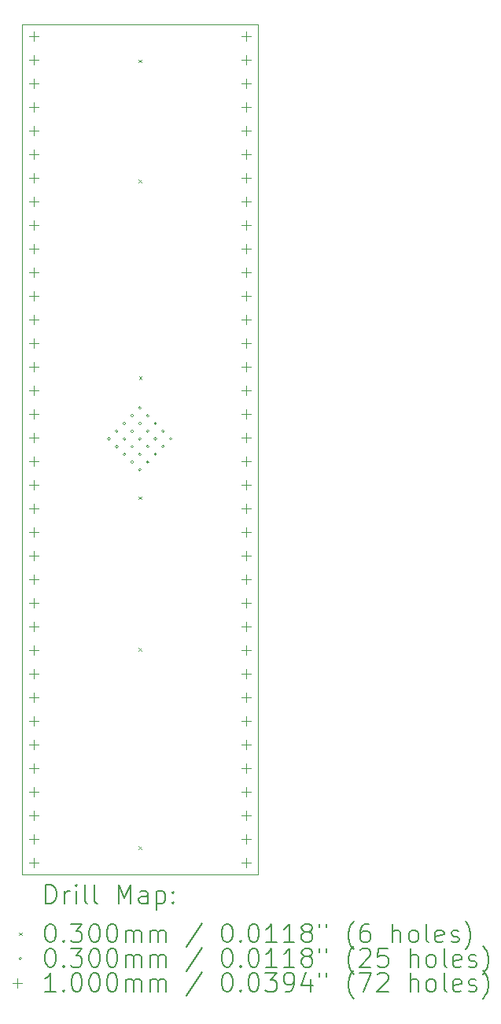
<source format=gbr>
%TF.GenerationSoftware,KiCad,Pcbnew,9.0.6*%
%TF.CreationDate,2026-01-07T17:11:23-06:00*%
%TF.ProjectId,QFN-68_8x8_P0.4,51464e2d-3638-45f3-9878-385f50302e34,rev?*%
%TF.SameCoordinates,Original*%
%TF.FileFunction,Drillmap*%
%TF.FilePolarity,Positive*%
%FSLAX45Y45*%
G04 Gerber Fmt 4.5, Leading zero omitted, Abs format (unit mm)*
G04 Created by KiCad (PCBNEW 9.0.6) date 2026-01-07 17:11:23*
%MOMM*%
%LPD*%
G01*
G04 APERTURE LIST*
%ADD10C,0.050000*%
%ADD11C,0.200000*%
%ADD12C,0.100000*%
G04 APERTURE END LIST*
D10*
X12573000Y-7493000D02*
X15113000Y-7493000D01*
X15113000Y-16637000D01*
X12573000Y-16637000D01*
X12573000Y-7493000D01*
D11*
D12*
X13827000Y-7875000D02*
X13857000Y-7905000D01*
X13857000Y-7875000D02*
X13827000Y-7905000D01*
X13827000Y-9164000D02*
X13857000Y-9194000D01*
X13857000Y-9164000D02*
X13827000Y-9194000D01*
X13827500Y-14204500D02*
X13857500Y-14234500D01*
X13857500Y-14204500D02*
X13827500Y-14234500D01*
X13828000Y-16334000D02*
X13858000Y-16364000D01*
X13858000Y-16334000D02*
X13828000Y-16364000D01*
X13828247Y-12574414D02*
X13858247Y-12604414D01*
X13858247Y-12574414D02*
X13828247Y-12604414D01*
X13833000Y-11280000D02*
X13863000Y-11310000D01*
X13863000Y-11280000D02*
X13833000Y-11310000D01*
X13525660Y-11953468D02*
G75*
G02*
X13495660Y-11953468I-15000J0D01*
G01*
X13495660Y-11953468D02*
G75*
G02*
X13525660Y-11953468I15000J0D01*
G01*
X13608745Y-11870383D02*
G75*
G02*
X13578745Y-11870383I-15000J0D01*
G01*
X13578745Y-11870383D02*
G75*
G02*
X13608745Y-11870383I15000J0D01*
G01*
X13608745Y-12036553D02*
G75*
G02*
X13578745Y-12036553I-15000J0D01*
G01*
X13578745Y-12036553D02*
G75*
G02*
X13608745Y-12036553I15000J0D01*
G01*
X13691830Y-11787298D02*
G75*
G02*
X13661830Y-11787298I-15000J0D01*
G01*
X13661830Y-11787298D02*
G75*
G02*
X13691830Y-11787298I15000J0D01*
G01*
X13691830Y-11953468D02*
G75*
G02*
X13661830Y-11953468I-15000J0D01*
G01*
X13661830Y-11953468D02*
G75*
G02*
X13691830Y-11953468I15000J0D01*
G01*
X13691830Y-12119638D02*
G75*
G02*
X13661830Y-12119638I-15000J0D01*
G01*
X13661830Y-12119638D02*
G75*
G02*
X13691830Y-12119638I15000J0D01*
G01*
X13774915Y-11704213D02*
G75*
G02*
X13744915Y-11704213I-15000J0D01*
G01*
X13744915Y-11704213D02*
G75*
G02*
X13774915Y-11704213I15000J0D01*
G01*
X13774915Y-11870383D02*
G75*
G02*
X13744915Y-11870383I-15000J0D01*
G01*
X13744915Y-11870383D02*
G75*
G02*
X13774915Y-11870383I15000J0D01*
G01*
X13774915Y-12036553D02*
G75*
G02*
X13744915Y-12036553I-15000J0D01*
G01*
X13744915Y-12036553D02*
G75*
G02*
X13774915Y-12036553I15000J0D01*
G01*
X13774915Y-12202723D02*
G75*
G02*
X13744915Y-12202723I-15000J0D01*
G01*
X13744915Y-12202723D02*
G75*
G02*
X13774915Y-12202723I15000J0D01*
G01*
X13858000Y-11621128D02*
G75*
G02*
X13828000Y-11621128I-15000J0D01*
G01*
X13828000Y-11621128D02*
G75*
G02*
X13858000Y-11621128I15000J0D01*
G01*
X13858000Y-11787298D02*
G75*
G02*
X13828000Y-11787298I-15000J0D01*
G01*
X13828000Y-11787298D02*
G75*
G02*
X13858000Y-11787298I15000J0D01*
G01*
X13858000Y-11953468D02*
G75*
G02*
X13828000Y-11953468I-15000J0D01*
G01*
X13828000Y-11953468D02*
G75*
G02*
X13858000Y-11953468I15000J0D01*
G01*
X13858000Y-12119638D02*
G75*
G02*
X13828000Y-12119638I-15000J0D01*
G01*
X13828000Y-12119638D02*
G75*
G02*
X13858000Y-12119638I15000J0D01*
G01*
X13858000Y-12285808D02*
G75*
G02*
X13828000Y-12285808I-15000J0D01*
G01*
X13828000Y-12285808D02*
G75*
G02*
X13858000Y-12285808I15000J0D01*
G01*
X13941085Y-11704213D02*
G75*
G02*
X13911085Y-11704213I-15000J0D01*
G01*
X13911085Y-11704213D02*
G75*
G02*
X13941085Y-11704213I15000J0D01*
G01*
X13941085Y-11870383D02*
G75*
G02*
X13911085Y-11870383I-15000J0D01*
G01*
X13911085Y-11870383D02*
G75*
G02*
X13941085Y-11870383I15000J0D01*
G01*
X13941085Y-12036553D02*
G75*
G02*
X13911085Y-12036553I-15000J0D01*
G01*
X13911085Y-12036553D02*
G75*
G02*
X13941085Y-12036553I15000J0D01*
G01*
X13941085Y-12202723D02*
G75*
G02*
X13911085Y-12202723I-15000J0D01*
G01*
X13911085Y-12202723D02*
G75*
G02*
X13941085Y-12202723I15000J0D01*
G01*
X14024170Y-11787298D02*
G75*
G02*
X13994170Y-11787298I-15000J0D01*
G01*
X13994170Y-11787298D02*
G75*
G02*
X14024170Y-11787298I15000J0D01*
G01*
X14024170Y-11953468D02*
G75*
G02*
X13994170Y-11953468I-15000J0D01*
G01*
X13994170Y-11953468D02*
G75*
G02*
X14024170Y-11953468I15000J0D01*
G01*
X14024170Y-12119638D02*
G75*
G02*
X13994170Y-12119638I-15000J0D01*
G01*
X13994170Y-12119638D02*
G75*
G02*
X14024170Y-12119638I15000J0D01*
G01*
X14107255Y-11870383D02*
G75*
G02*
X14077255Y-11870383I-15000J0D01*
G01*
X14077255Y-11870383D02*
G75*
G02*
X14107255Y-11870383I15000J0D01*
G01*
X14107255Y-12036553D02*
G75*
G02*
X14077255Y-12036553I-15000J0D01*
G01*
X14077255Y-12036553D02*
G75*
G02*
X14107255Y-12036553I15000J0D01*
G01*
X14190340Y-11953468D02*
G75*
G02*
X14160340Y-11953468I-15000J0D01*
G01*
X14160340Y-11953468D02*
G75*
G02*
X14190340Y-11953468I15000J0D01*
G01*
X12700000Y-7570000D02*
X12700000Y-7670000D01*
X12650000Y-7620000D02*
X12750000Y-7620000D01*
X12700000Y-7824000D02*
X12700000Y-7924000D01*
X12650000Y-7874000D02*
X12750000Y-7874000D01*
X12700000Y-8078000D02*
X12700000Y-8178000D01*
X12650000Y-8128000D02*
X12750000Y-8128000D01*
X12700000Y-8332000D02*
X12700000Y-8432000D01*
X12650000Y-8382000D02*
X12750000Y-8382000D01*
X12700000Y-8586000D02*
X12700000Y-8686000D01*
X12650000Y-8636000D02*
X12750000Y-8636000D01*
X12700000Y-8840000D02*
X12700000Y-8940000D01*
X12650000Y-8890000D02*
X12750000Y-8890000D01*
X12700000Y-9094000D02*
X12700000Y-9194000D01*
X12650000Y-9144000D02*
X12750000Y-9144000D01*
X12700000Y-9348000D02*
X12700000Y-9448000D01*
X12650000Y-9398000D02*
X12750000Y-9398000D01*
X12700000Y-9602000D02*
X12700000Y-9702000D01*
X12650000Y-9652000D02*
X12750000Y-9652000D01*
X12700000Y-9856000D02*
X12700000Y-9956000D01*
X12650000Y-9906000D02*
X12750000Y-9906000D01*
X12700000Y-10110000D02*
X12700000Y-10210000D01*
X12650000Y-10160000D02*
X12750000Y-10160000D01*
X12700000Y-10364000D02*
X12700000Y-10464000D01*
X12650000Y-10414000D02*
X12750000Y-10414000D01*
X12700000Y-10618000D02*
X12700000Y-10718000D01*
X12650000Y-10668000D02*
X12750000Y-10668000D01*
X12700000Y-10872000D02*
X12700000Y-10972000D01*
X12650000Y-10922000D02*
X12750000Y-10922000D01*
X12700000Y-11126000D02*
X12700000Y-11226000D01*
X12650000Y-11176000D02*
X12750000Y-11176000D01*
X12700000Y-11380000D02*
X12700000Y-11480000D01*
X12650000Y-11430000D02*
X12750000Y-11430000D01*
X12700000Y-11634000D02*
X12700000Y-11734000D01*
X12650000Y-11684000D02*
X12750000Y-11684000D01*
X12700000Y-11888000D02*
X12700000Y-11988000D01*
X12650000Y-11938000D02*
X12750000Y-11938000D01*
X12700000Y-12142000D02*
X12700000Y-12242000D01*
X12650000Y-12192000D02*
X12750000Y-12192000D01*
X12700000Y-12396000D02*
X12700000Y-12496000D01*
X12650000Y-12446000D02*
X12750000Y-12446000D01*
X12700000Y-12650000D02*
X12700000Y-12750000D01*
X12650000Y-12700000D02*
X12750000Y-12700000D01*
X12700000Y-12904000D02*
X12700000Y-13004000D01*
X12650000Y-12954000D02*
X12750000Y-12954000D01*
X12700000Y-13158000D02*
X12700000Y-13258000D01*
X12650000Y-13208000D02*
X12750000Y-13208000D01*
X12700000Y-13412000D02*
X12700000Y-13512000D01*
X12650000Y-13462000D02*
X12750000Y-13462000D01*
X12700000Y-13666000D02*
X12700000Y-13766000D01*
X12650000Y-13716000D02*
X12750000Y-13716000D01*
X12700000Y-13920000D02*
X12700000Y-14020000D01*
X12650000Y-13970000D02*
X12750000Y-13970000D01*
X12700000Y-14174000D02*
X12700000Y-14274000D01*
X12650000Y-14224000D02*
X12750000Y-14224000D01*
X12700000Y-14428000D02*
X12700000Y-14528000D01*
X12650000Y-14478000D02*
X12750000Y-14478000D01*
X12700000Y-14682000D02*
X12700000Y-14782000D01*
X12650000Y-14732000D02*
X12750000Y-14732000D01*
X12700000Y-14936000D02*
X12700000Y-15036000D01*
X12650000Y-14986000D02*
X12750000Y-14986000D01*
X12700000Y-15190000D02*
X12700000Y-15290000D01*
X12650000Y-15240000D02*
X12750000Y-15240000D01*
X12700000Y-15444000D02*
X12700000Y-15544000D01*
X12650000Y-15494000D02*
X12750000Y-15494000D01*
X12700000Y-15698000D02*
X12700000Y-15798000D01*
X12650000Y-15748000D02*
X12750000Y-15748000D01*
X12700000Y-15952000D02*
X12700000Y-16052000D01*
X12650000Y-16002000D02*
X12750000Y-16002000D01*
X12700000Y-16206000D02*
X12700000Y-16306000D01*
X12650000Y-16256000D02*
X12750000Y-16256000D01*
X12700000Y-16460000D02*
X12700000Y-16560000D01*
X12650000Y-16510000D02*
X12750000Y-16510000D01*
X14986000Y-7570000D02*
X14986000Y-7670000D01*
X14936000Y-7620000D02*
X15036000Y-7620000D01*
X14986000Y-7824000D02*
X14986000Y-7924000D01*
X14936000Y-7874000D02*
X15036000Y-7874000D01*
X14986000Y-8078000D02*
X14986000Y-8178000D01*
X14936000Y-8128000D02*
X15036000Y-8128000D01*
X14986000Y-8332000D02*
X14986000Y-8432000D01*
X14936000Y-8382000D02*
X15036000Y-8382000D01*
X14986000Y-8586000D02*
X14986000Y-8686000D01*
X14936000Y-8636000D02*
X15036000Y-8636000D01*
X14986000Y-8840000D02*
X14986000Y-8940000D01*
X14936000Y-8890000D02*
X15036000Y-8890000D01*
X14986000Y-9094000D02*
X14986000Y-9194000D01*
X14936000Y-9144000D02*
X15036000Y-9144000D01*
X14986000Y-9348000D02*
X14986000Y-9448000D01*
X14936000Y-9398000D02*
X15036000Y-9398000D01*
X14986000Y-9602000D02*
X14986000Y-9702000D01*
X14936000Y-9652000D02*
X15036000Y-9652000D01*
X14986000Y-9856000D02*
X14986000Y-9956000D01*
X14936000Y-9906000D02*
X15036000Y-9906000D01*
X14986000Y-10110000D02*
X14986000Y-10210000D01*
X14936000Y-10160000D02*
X15036000Y-10160000D01*
X14986000Y-10364000D02*
X14986000Y-10464000D01*
X14936000Y-10414000D02*
X15036000Y-10414000D01*
X14986000Y-10618000D02*
X14986000Y-10718000D01*
X14936000Y-10668000D02*
X15036000Y-10668000D01*
X14986000Y-10872000D02*
X14986000Y-10972000D01*
X14936000Y-10922000D02*
X15036000Y-10922000D01*
X14986000Y-11126000D02*
X14986000Y-11226000D01*
X14936000Y-11176000D02*
X15036000Y-11176000D01*
X14986000Y-11380000D02*
X14986000Y-11480000D01*
X14936000Y-11430000D02*
X15036000Y-11430000D01*
X14986000Y-11634000D02*
X14986000Y-11734000D01*
X14936000Y-11684000D02*
X15036000Y-11684000D01*
X14986000Y-11888000D02*
X14986000Y-11988000D01*
X14936000Y-11938000D02*
X15036000Y-11938000D01*
X14986000Y-12142000D02*
X14986000Y-12242000D01*
X14936000Y-12192000D02*
X15036000Y-12192000D01*
X14986000Y-12396000D02*
X14986000Y-12496000D01*
X14936000Y-12446000D02*
X15036000Y-12446000D01*
X14986000Y-12650000D02*
X14986000Y-12750000D01*
X14936000Y-12700000D02*
X15036000Y-12700000D01*
X14986000Y-12904000D02*
X14986000Y-13004000D01*
X14936000Y-12954000D02*
X15036000Y-12954000D01*
X14986000Y-13158000D02*
X14986000Y-13258000D01*
X14936000Y-13208000D02*
X15036000Y-13208000D01*
X14986000Y-13412000D02*
X14986000Y-13512000D01*
X14936000Y-13462000D02*
X15036000Y-13462000D01*
X14986000Y-13666000D02*
X14986000Y-13766000D01*
X14936000Y-13716000D02*
X15036000Y-13716000D01*
X14986000Y-13920000D02*
X14986000Y-14020000D01*
X14936000Y-13970000D02*
X15036000Y-13970000D01*
X14986000Y-14174000D02*
X14986000Y-14274000D01*
X14936000Y-14224000D02*
X15036000Y-14224000D01*
X14986000Y-14428000D02*
X14986000Y-14528000D01*
X14936000Y-14478000D02*
X15036000Y-14478000D01*
X14986000Y-14682000D02*
X14986000Y-14782000D01*
X14936000Y-14732000D02*
X15036000Y-14732000D01*
X14986000Y-14936000D02*
X14986000Y-15036000D01*
X14936000Y-14986000D02*
X15036000Y-14986000D01*
X14986000Y-15190000D02*
X14986000Y-15290000D01*
X14936000Y-15240000D02*
X15036000Y-15240000D01*
X14986000Y-15444000D02*
X14986000Y-15544000D01*
X14936000Y-15494000D02*
X15036000Y-15494000D01*
X14986000Y-15698000D02*
X14986000Y-15798000D01*
X14936000Y-15748000D02*
X15036000Y-15748000D01*
X14986000Y-15952000D02*
X14986000Y-16052000D01*
X14936000Y-16002000D02*
X15036000Y-16002000D01*
X14986000Y-16206000D02*
X14986000Y-16306000D01*
X14936000Y-16256000D02*
X15036000Y-16256000D01*
X14986000Y-16460000D02*
X14986000Y-16560000D01*
X14936000Y-16510000D02*
X15036000Y-16510000D01*
D11*
X12831277Y-16950984D02*
X12831277Y-16750984D01*
X12831277Y-16750984D02*
X12878896Y-16750984D01*
X12878896Y-16750984D02*
X12907467Y-16760508D01*
X12907467Y-16760508D02*
X12926515Y-16779555D01*
X12926515Y-16779555D02*
X12936039Y-16798603D01*
X12936039Y-16798603D02*
X12945562Y-16836698D01*
X12945562Y-16836698D02*
X12945562Y-16865270D01*
X12945562Y-16865270D02*
X12936039Y-16903365D01*
X12936039Y-16903365D02*
X12926515Y-16922412D01*
X12926515Y-16922412D02*
X12907467Y-16941460D01*
X12907467Y-16941460D02*
X12878896Y-16950984D01*
X12878896Y-16950984D02*
X12831277Y-16950984D01*
X13031277Y-16950984D02*
X13031277Y-16817650D01*
X13031277Y-16855746D02*
X13040801Y-16836698D01*
X13040801Y-16836698D02*
X13050324Y-16827174D01*
X13050324Y-16827174D02*
X13069372Y-16817650D01*
X13069372Y-16817650D02*
X13088420Y-16817650D01*
X13155086Y-16950984D02*
X13155086Y-16817650D01*
X13155086Y-16750984D02*
X13145562Y-16760508D01*
X13145562Y-16760508D02*
X13155086Y-16770031D01*
X13155086Y-16770031D02*
X13164610Y-16760508D01*
X13164610Y-16760508D02*
X13155086Y-16750984D01*
X13155086Y-16750984D02*
X13155086Y-16770031D01*
X13278896Y-16950984D02*
X13259848Y-16941460D01*
X13259848Y-16941460D02*
X13250324Y-16922412D01*
X13250324Y-16922412D02*
X13250324Y-16750984D01*
X13383658Y-16950984D02*
X13364610Y-16941460D01*
X13364610Y-16941460D02*
X13355086Y-16922412D01*
X13355086Y-16922412D02*
X13355086Y-16750984D01*
X13612229Y-16950984D02*
X13612229Y-16750984D01*
X13612229Y-16750984D02*
X13678896Y-16893841D01*
X13678896Y-16893841D02*
X13745562Y-16750984D01*
X13745562Y-16750984D02*
X13745562Y-16950984D01*
X13926515Y-16950984D02*
X13926515Y-16846222D01*
X13926515Y-16846222D02*
X13916991Y-16827174D01*
X13916991Y-16827174D02*
X13897943Y-16817650D01*
X13897943Y-16817650D02*
X13859848Y-16817650D01*
X13859848Y-16817650D02*
X13840801Y-16827174D01*
X13926515Y-16941460D02*
X13907467Y-16950984D01*
X13907467Y-16950984D02*
X13859848Y-16950984D01*
X13859848Y-16950984D02*
X13840801Y-16941460D01*
X13840801Y-16941460D02*
X13831277Y-16922412D01*
X13831277Y-16922412D02*
X13831277Y-16903365D01*
X13831277Y-16903365D02*
X13840801Y-16884317D01*
X13840801Y-16884317D02*
X13859848Y-16874793D01*
X13859848Y-16874793D02*
X13907467Y-16874793D01*
X13907467Y-16874793D02*
X13926515Y-16865270D01*
X14021753Y-16817650D02*
X14021753Y-17017650D01*
X14021753Y-16827174D02*
X14040801Y-16817650D01*
X14040801Y-16817650D02*
X14078896Y-16817650D01*
X14078896Y-16817650D02*
X14097943Y-16827174D01*
X14097943Y-16827174D02*
X14107467Y-16836698D01*
X14107467Y-16836698D02*
X14116991Y-16855746D01*
X14116991Y-16855746D02*
X14116991Y-16912889D01*
X14116991Y-16912889D02*
X14107467Y-16931936D01*
X14107467Y-16931936D02*
X14097943Y-16941460D01*
X14097943Y-16941460D02*
X14078896Y-16950984D01*
X14078896Y-16950984D02*
X14040801Y-16950984D01*
X14040801Y-16950984D02*
X14021753Y-16941460D01*
X14202705Y-16931936D02*
X14212229Y-16941460D01*
X14212229Y-16941460D02*
X14202705Y-16950984D01*
X14202705Y-16950984D02*
X14193182Y-16941460D01*
X14193182Y-16941460D02*
X14202705Y-16931936D01*
X14202705Y-16931936D02*
X14202705Y-16950984D01*
X14202705Y-16827174D02*
X14212229Y-16836698D01*
X14212229Y-16836698D02*
X14202705Y-16846222D01*
X14202705Y-16846222D02*
X14193182Y-16836698D01*
X14193182Y-16836698D02*
X14202705Y-16827174D01*
X14202705Y-16827174D02*
X14202705Y-16846222D01*
D12*
X12540500Y-17264500D02*
X12570500Y-17294500D01*
X12570500Y-17264500D02*
X12540500Y-17294500D01*
D11*
X12869372Y-17170984D02*
X12888420Y-17170984D01*
X12888420Y-17170984D02*
X12907467Y-17180508D01*
X12907467Y-17180508D02*
X12916991Y-17190031D01*
X12916991Y-17190031D02*
X12926515Y-17209079D01*
X12926515Y-17209079D02*
X12936039Y-17247174D01*
X12936039Y-17247174D02*
X12936039Y-17294793D01*
X12936039Y-17294793D02*
X12926515Y-17332889D01*
X12926515Y-17332889D02*
X12916991Y-17351936D01*
X12916991Y-17351936D02*
X12907467Y-17361460D01*
X12907467Y-17361460D02*
X12888420Y-17370984D01*
X12888420Y-17370984D02*
X12869372Y-17370984D01*
X12869372Y-17370984D02*
X12850324Y-17361460D01*
X12850324Y-17361460D02*
X12840801Y-17351936D01*
X12840801Y-17351936D02*
X12831277Y-17332889D01*
X12831277Y-17332889D02*
X12821753Y-17294793D01*
X12821753Y-17294793D02*
X12821753Y-17247174D01*
X12821753Y-17247174D02*
X12831277Y-17209079D01*
X12831277Y-17209079D02*
X12840801Y-17190031D01*
X12840801Y-17190031D02*
X12850324Y-17180508D01*
X12850324Y-17180508D02*
X12869372Y-17170984D01*
X13021753Y-17351936D02*
X13031277Y-17361460D01*
X13031277Y-17361460D02*
X13021753Y-17370984D01*
X13021753Y-17370984D02*
X13012229Y-17361460D01*
X13012229Y-17361460D02*
X13021753Y-17351936D01*
X13021753Y-17351936D02*
X13021753Y-17370984D01*
X13097943Y-17170984D02*
X13221753Y-17170984D01*
X13221753Y-17170984D02*
X13155086Y-17247174D01*
X13155086Y-17247174D02*
X13183658Y-17247174D01*
X13183658Y-17247174D02*
X13202705Y-17256698D01*
X13202705Y-17256698D02*
X13212229Y-17266222D01*
X13212229Y-17266222D02*
X13221753Y-17285270D01*
X13221753Y-17285270D02*
X13221753Y-17332889D01*
X13221753Y-17332889D02*
X13212229Y-17351936D01*
X13212229Y-17351936D02*
X13202705Y-17361460D01*
X13202705Y-17361460D02*
X13183658Y-17370984D01*
X13183658Y-17370984D02*
X13126515Y-17370984D01*
X13126515Y-17370984D02*
X13107467Y-17361460D01*
X13107467Y-17361460D02*
X13097943Y-17351936D01*
X13345562Y-17170984D02*
X13364610Y-17170984D01*
X13364610Y-17170984D02*
X13383658Y-17180508D01*
X13383658Y-17180508D02*
X13393182Y-17190031D01*
X13393182Y-17190031D02*
X13402705Y-17209079D01*
X13402705Y-17209079D02*
X13412229Y-17247174D01*
X13412229Y-17247174D02*
X13412229Y-17294793D01*
X13412229Y-17294793D02*
X13402705Y-17332889D01*
X13402705Y-17332889D02*
X13393182Y-17351936D01*
X13393182Y-17351936D02*
X13383658Y-17361460D01*
X13383658Y-17361460D02*
X13364610Y-17370984D01*
X13364610Y-17370984D02*
X13345562Y-17370984D01*
X13345562Y-17370984D02*
X13326515Y-17361460D01*
X13326515Y-17361460D02*
X13316991Y-17351936D01*
X13316991Y-17351936D02*
X13307467Y-17332889D01*
X13307467Y-17332889D02*
X13297943Y-17294793D01*
X13297943Y-17294793D02*
X13297943Y-17247174D01*
X13297943Y-17247174D02*
X13307467Y-17209079D01*
X13307467Y-17209079D02*
X13316991Y-17190031D01*
X13316991Y-17190031D02*
X13326515Y-17180508D01*
X13326515Y-17180508D02*
X13345562Y-17170984D01*
X13536039Y-17170984D02*
X13555086Y-17170984D01*
X13555086Y-17170984D02*
X13574134Y-17180508D01*
X13574134Y-17180508D02*
X13583658Y-17190031D01*
X13583658Y-17190031D02*
X13593182Y-17209079D01*
X13593182Y-17209079D02*
X13602705Y-17247174D01*
X13602705Y-17247174D02*
X13602705Y-17294793D01*
X13602705Y-17294793D02*
X13593182Y-17332889D01*
X13593182Y-17332889D02*
X13583658Y-17351936D01*
X13583658Y-17351936D02*
X13574134Y-17361460D01*
X13574134Y-17361460D02*
X13555086Y-17370984D01*
X13555086Y-17370984D02*
X13536039Y-17370984D01*
X13536039Y-17370984D02*
X13516991Y-17361460D01*
X13516991Y-17361460D02*
X13507467Y-17351936D01*
X13507467Y-17351936D02*
X13497943Y-17332889D01*
X13497943Y-17332889D02*
X13488420Y-17294793D01*
X13488420Y-17294793D02*
X13488420Y-17247174D01*
X13488420Y-17247174D02*
X13497943Y-17209079D01*
X13497943Y-17209079D02*
X13507467Y-17190031D01*
X13507467Y-17190031D02*
X13516991Y-17180508D01*
X13516991Y-17180508D02*
X13536039Y-17170984D01*
X13688420Y-17370984D02*
X13688420Y-17237650D01*
X13688420Y-17256698D02*
X13697943Y-17247174D01*
X13697943Y-17247174D02*
X13716991Y-17237650D01*
X13716991Y-17237650D02*
X13745563Y-17237650D01*
X13745563Y-17237650D02*
X13764610Y-17247174D01*
X13764610Y-17247174D02*
X13774134Y-17266222D01*
X13774134Y-17266222D02*
X13774134Y-17370984D01*
X13774134Y-17266222D02*
X13783658Y-17247174D01*
X13783658Y-17247174D02*
X13802705Y-17237650D01*
X13802705Y-17237650D02*
X13831277Y-17237650D01*
X13831277Y-17237650D02*
X13850324Y-17247174D01*
X13850324Y-17247174D02*
X13859848Y-17266222D01*
X13859848Y-17266222D02*
X13859848Y-17370984D01*
X13955086Y-17370984D02*
X13955086Y-17237650D01*
X13955086Y-17256698D02*
X13964610Y-17247174D01*
X13964610Y-17247174D02*
X13983658Y-17237650D01*
X13983658Y-17237650D02*
X14012229Y-17237650D01*
X14012229Y-17237650D02*
X14031277Y-17247174D01*
X14031277Y-17247174D02*
X14040801Y-17266222D01*
X14040801Y-17266222D02*
X14040801Y-17370984D01*
X14040801Y-17266222D02*
X14050324Y-17247174D01*
X14050324Y-17247174D02*
X14069372Y-17237650D01*
X14069372Y-17237650D02*
X14097943Y-17237650D01*
X14097943Y-17237650D02*
X14116991Y-17247174D01*
X14116991Y-17247174D02*
X14126515Y-17266222D01*
X14126515Y-17266222D02*
X14126515Y-17370984D01*
X14516991Y-17161460D02*
X14345563Y-17418603D01*
X14774134Y-17170984D02*
X14793182Y-17170984D01*
X14793182Y-17170984D02*
X14812229Y-17180508D01*
X14812229Y-17180508D02*
X14821753Y-17190031D01*
X14821753Y-17190031D02*
X14831277Y-17209079D01*
X14831277Y-17209079D02*
X14840801Y-17247174D01*
X14840801Y-17247174D02*
X14840801Y-17294793D01*
X14840801Y-17294793D02*
X14831277Y-17332889D01*
X14831277Y-17332889D02*
X14821753Y-17351936D01*
X14821753Y-17351936D02*
X14812229Y-17361460D01*
X14812229Y-17361460D02*
X14793182Y-17370984D01*
X14793182Y-17370984D02*
X14774134Y-17370984D01*
X14774134Y-17370984D02*
X14755086Y-17361460D01*
X14755086Y-17361460D02*
X14745563Y-17351936D01*
X14745563Y-17351936D02*
X14736039Y-17332889D01*
X14736039Y-17332889D02*
X14726515Y-17294793D01*
X14726515Y-17294793D02*
X14726515Y-17247174D01*
X14726515Y-17247174D02*
X14736039Y-17209079D01*
X14736039Y-17209079D02*
X14745563Y-17190031D01*
X14745563Y-17190031D02*
X14755086Y-17180508D01*
X14755086Y-17180508D02*
X14774134Y-17170984D01*
X14926515Y-17351936D02*
X14936039Y-17361460D01*
X14936039Y-17361460D02*
X14926515Y-17370984D01*
X14926515Y-17370984D02*
X14916991Y-17361460D01*
X14916991Y-17361460D02*
X14926515Y-17351936D01*
X14926515Y-17351936D02*
X14926515Y-17370984D01*
X15059848Y-17170984D02*
X15078896Y-17170984D01*
X15078896Y-17170984D02*
X15097944Y-17180508D01*
X15097944Y-17180508D02*
X15107467Y-17190031D01*
X15107467Y-17190031D02*
X15116991Y-17209079D01*
X15116991Y-17209079D02*
X15126515Y-17247174D01*
X15126515Y-17247174D02*
X15126515Y-17294793D01*
X15126515Y-17294793D02*
X15116991Y-17332889D01*
X15116991Y-17332889D02*
X15107467Y-17351936D01*
X15107467Y-17351936D02*
X15097944Y-17361460D01*
X15097944Y-17361460D02*
X15078896Y-17370984D01*
X15078896Y-17370984D02*
X15059848Y-17370984D01*
X15059848Y-17370984D02*
X15040801Y-17361460D01*
X15040801Y-17361460D02*
X15031277Y-17351936D01*
X15031277Y-17351936D02*
X15021753Y-17332889D01*
X15021753Y-17332889D02*
X15012229Y-17294793D01*
X15012229Y-17294793D02*
X15012229Y-17247174D01*
X15012229Y-17247174D02*
X15021753Y-17209079D01*
X15021753Y-17209079D02*
X15031277Y-17190031D01*
X15031277Y-17190031D02*
X15040801Y-17180508D01*
X15040801Y-17180508D02*
X15059848Y-17170984D01*
X15316991Y-17370984D02*
X15202706Y-17370984D01*
X15259848Y-17370984D02*
X15259848Y-17170984D01*
X15259848Y-17170984D02*
X15240801Y-17199555D01*
X15240801Y-17199555D02*
X15221753Y-17218603D01*
X15221753Y-17218603D02*
X15202706Y-17228127D01*
X15507467Y-17370984D02*
X15393182Y-17370984D01*
X15450325Y-17370984D02*
X15450325Y-17170984D01*
X15450325Y-17170984D02*
X15431277Y-17199555D01*
X15431277Y-17199555D02*
X15412229Y-17218603D01*
X15412229Y-17218603D02*
X15393182Y-17228127D01*
X15621753Y-17256698D02*
X15602706Y-17247174D01*
X15602706Y-17247174D02*
X15593182Y-17237650D01*
X15593182Y-17237650D02*
X15583658Y-17218603D01*
X15583658Y-17218603D02*
X15583658Y-17209079D01*
X15583658Y-17209079D02*
X15593182Y-17190031D01*
X15593182Y-17190031D02*
X15602706Y-17180508D01*
X15602706Y-17180508D02*
X15621753Y-17170984D01*
X15621753Y-17170984D02*
X15659848Y-17170984D01*
X15659848Y-17170984D02*
X15678896Y-17180508D01*
X15678896Y-17180508D02*
X15688420Y-17190031D01*
X15688420Y-17190031D02*
X15697944Y-17209079D01*
X15697944Y-17209079D02*
X15697944Y-17218603D01*
X15697944Y-17218603D02*
X15688420Y-17237650D01*
X15688420Y-17237650D02*
X15678896Y-17247174D01*
X15678896Y-17247174D02*
X15659848Y-17256698D01*
X15659848Y-17256698D02*
X15621753Y-17256698D01*
X15621753Y-17256698D02*
X15602706Y-17266222D01*
X15602706Y-17266222D02*
X15593182Y-17275746D01*
X15593182Y-17275746D02*
X15583658Y-17294793D01*
X15583658Y-17294793D02*
X15583658Y-17332889D01*
X15583658Y-17332889D02*
X15593182Y-17351936D01*
X15593182Y-17351936D02*
X15602706Y-17361460D01*
X15602706Y-17361460D02*
X15621753Y-17370984D01*
X15621753Y-17370984D02*
X15659848Y-17370984D01*
X15659848Y-17370984D02*
X15678896Y-17361460D01*
X15678896Y-17361460D02*
X15688420Y-17351936D01*
X15688420Y-17351936D02*
X15697944Y-17332889D01*
X15697944Y-17332889D02*
X15697944Y-17294793D01*
X15697944Y-17294793D02*
X15688420Y-17275746D01*
X15688420Y-17275746D02*
X15678896Y-17266222D01*
X15678896Y-17266222D02*
X15659848Y-17256698D01*
X15774134Y-17170984D02*
X15774134Y-17209079D01*
X15850325Y-17170984D02*
X15850325Y-17209079D01*
X16145563Y-17447174D02*
X16136039Y-17437650D01*
X16136039Y-17437650D02*
X16116991Y-17409079D01*
X16116991Y-17409079D02*
X16107468Y-17390031D01*
X16107468Y-17390031D02*
X16097944Y-17361460D01*
X16097944Y-17361460D02*
X16088420Y-17313841D01*
X16088420Y-17313841D02*
X16088420Y-17275746D01*
X16088420Y-17275746D02*
X16097944Y-17228127D01*
X16097944Y-17228127D02*
X16107468Y-17199555D01*
X16107468Y-17199555D02*
X16116991Y-17180508D01*
X16116991Y-17180508D02*
X16136039Y-17151936D01*
X16136039Y-17151936D02*
X16145563Y-17142412D01*
X16307468Y-17170984D02*
X16269372Y-17170984D01*
X16269372Y-17170984D02*
X16250325Y-17180508D01*
X16250325Y-17180508D02*
X16240801Y-17190031D01*
X16240801Y-17190031D02*
X16221753Y-17218603D01*
X16221753Y-17218603D02*
X16212229Y-17256698D01*
X16212229Y-17256698D02*
X16212229Y-17332889D01*
X16212229Y-17332889D02*
X16221753Y-17351936D01*
X16221753Y-17351936D02*
X16231277Y-17361460D01*
X16231277Y-17361460D02*
X16250325Y-17370984D01*
X16250325Y-17370984D02*
X16288420Y-17370984D01*
X16288420Y-17370984D02*
X16307468Y-17361460D01*
X16307468Y-17361460D02*
X16316991Y-17351936D01*
X16316991Y-17351936D02*
X16326515Y-17332889D01*
X16326515Y-17332889D02*
X16326515Y-17285270D01*
X16326515Y-17285270D02*
X16316991Y-17266222D01*
X16316991Y-17266222D02*
X16307468Y-17256698D01*
X16307468Y-17256698D02*
X16288420Y-17247174D01*
X16288420Y-17247174D02*
X16250325Y-17247174D01*
X16250325Y-17247174D02*
X16231277Y-17256698D01*
X16231277Y-17256698D02*
X16221753Y-17266222D01*
X16221753Y-17266222D02*
X16212229Y-17285270D01*
X16564610Y-17370984D02*
X16564610Y-17170984D01*
X16650325Y-17370984D02*
X16650325Y-17266222D01*
X16650325Y-17266222D02*
X16640801Y-17247174D01*
X16640801Y-17247174D02*
X16621753Y-17237650D01*
X16621753Y-17237650D02*
X16593182Y-17237650D01*
X16593182Y-17237650D02*
X16574134Y-17247174D01*
X16574134Y-17247174D02*
X16564610Y-17256698D01*
X16774134Y-17370984D02*
X16755087Y-17361460D01*
X16755087Y-17361460D02*
X16745563Y-17351936D01*
X16745563Y-17351936D02*
X16736039Y-17332889D01*
X16736039Y-17332889D02*
X16736039Y-17275746D01*
X16736039Y-17275746D02*
X16745563Y-17256698D01*
X16745563Y-17256698D02*
X16755087Y-17247174D01*
X16755087Y-17247174D02*
X16774134Y-17237650D01*
X16774134Y-17237650D02*
X16802706Y-17237650D01*
X16802706Y-17237650D02*
X16821753Y-17247174D01*
X16821753Y-17247174D02*
X16831277Y-17256698D01*
X16831277Y-17256698D02*
X16840801Y-17275746D01*
X16840801Y-17275746D02*
X16840801Y-17332889D01*
X16840801Y-17332889D02*
X16831277Y-17351936D01*
X16831277Y-17351936D02*
X16821753Y-17361460D01*
X16821753Y-17361460D02*
X16802706Y-17370984D01*
X16802706Y-17370984D02*
X16774134Y-17370984D01*
X16955087Y-17370984D02*
X16936039Y-17361460D01*
X16936039Y-17361460D02*
X16926515Y-17342412D01*
X16926515Y-17342412D02*
X16926515Y-17170984D01*
X17107468Y-17361460D02*
X17088420Y-17370984D01*
X17088420Y-17370984D02*
X17050325Y-17370984D01*
X17050325Y-17370984D02*
X17031277Y-17361460D01*
X17031277Y-17361460D02*
X17021753Y-17342412D01*
X17021753Y-17342412D02*
X17021753Y-17266222D01*
X17021753Y-17266222D02*
X17031277Y-17247174D01*
X17031277Y-17247174D02*
X17050325Y-17237650D01*
X17050325Y-17237650D02*
X17088420Y-17237650D01*
X17088420Y-17237650D02*
X17107468Y-17247174D01*
X17107468Y-17247174D02*
X17116992Y-17266222D01*
X17116992Y-17266222D02*
X17116992Y-17285270D01*
X17116992Y-17285270D02*
X17021753Y-17304317D01*
X17193182Y-17361460D02*
X17212230Y-17370984D01*
X17212230Y-17370984D02*
X17250325Y-17370984D01*
X17250325Y-17370984D02*
X17269373Y-17361460D01*
X17269373Y-17361460D02*
X17278896Y-17342412D01*
X17278896Y-17342412D02*
X17278896Y-17332889D01*
X17278896Y-17332889D02*
X17269373Y-17313841D01*
X17269373Y-17313841D02*
X17250325Y-17304317D01*
X17250325Y-17304317D02*
X17221753Y-17304317D01*
X17221753Y-17304317D02*
X17202706Y-17294793D01*
X17202706Y-17294793D02*
X17193182Y-17275746D01*
X17193182Y-17275746D02*
X17193182Y-17266222D01*
X17193182Y-17266222D02*
X17202706Y-17247174D01*
X17202706Y-17247174D02*
X17221753Y-17237650D01*
X17221753Y-17237650D02*
X17250325Y-17237650D01*
X17250325Y-17237650D02*
X17269373Y-17247174D01*
X17345563Y-17447174D02*
X17355087Y-17437650D01*
X17355087Y-17437650D02*
X17374134Y-17409079D01*
X17374134Y-17409079D02*
X17383658Y-17390031D01*
X17383658Y-17390031D02*
X17393182Y-17361460D01*
X17393182Y-17361460D02*
X17402706Y-17313841D01*
X17402706Y-17313841D02*
X17402706Y-17275746D01*
X17402706Y-17275746D02*
X17393182Y-17228127D01*
X17393182Y-17228127D02*
X17383658Y-17199555D01*
X17383658Y-17199555D02*
X17374134Y-17180508D01*
X17374134Y-17180508D02*
X17355087Y-17151936D01*
X17355087Y-17151936D02*
X17345563Y-17142412D01*
D12*
X12570500Y-17543500D02*
G75*
G02*
X12540500Y-17543500I-15000J0D01*
G01*
X12540500Y-17543500D02*
G75*
G02*
X12570500Y-17543500I15000J0D01*
G01*
D11*
X12869372Y-17434984D02*
X12888420Y-17434984D01*
X12888420Y-17434984D02*
X12907467Y-17444508D01*
X12907467Y-17444508D02*
X12916991Y-17454031D01*
X12916991Y-17454031D02*
X12926515Y-17473079D01*
X12926515Y-17473079D02*
X12936039Y-17511174D01*
X12936039Y-17511174D02*
X12936039Y-17558793D01*
X12936039Y-17558793D02*
X12926515Y-17596889D01*
X12926515Y-17596889D02*
X12916991Y-17615936D01*
X12916991Y-17615936D02*
X12907467Y-17625460D01*
X12907467Y-17625460D02*
X12888420Y-17634984D01*
X12888420Y-17634984D02*
X12869372Y-17634984D01*
X12869372Y-17634984D02*
X12850324Y-17625460D01*
X12850324Y-17625460D02*
X12840801Y-17615936D01*
X12840801Y-17615936D02*
X12831277Y-17596889D01*
X12831277Y-17596889D02*
X12821753Y-17558793D01*
X12821753Y-17558793D02*
X12821753Y-17511174D01*
X12821753Y-17511174D02*
X12831277Y-17473079D01*
X12831277Y-17473079D02*
X12840801Y-17454031D01*
X12840801Y-17454031D02*
X12850324Y-17444508D01*
X12850324Y-17444508D02*
X12869372Y-17434984D01*
X13021753Y-17615936D02*
X13031277Y-17625460D01*
X13031277Y-17625460D02*
X13021753Y-17634984D01*
X13021753Y-17634984D02*
X13012229Y-17625460D01*
X13012229Y-17625460D02*
X13021753Y-17615936D01*
X13021753Y-17615936D02*
X13021753Y-17634984D01*
X13097943Y-17434984D02*
X13221753Y-17434984D01*
X13221753Y-17434984D02*
X13155086Y-17511174D01*
X13155086Y-17511174D02*
X13183658Y-17511174D01*
X13183658Y-17511174D02*
X13202705Y-17520698D01*
X13202705Y-17520698D02*
X13212229Y-17530222D01*
X13212229Y-17530222D02*
X13221753Y-17549270D01*
X13221753Y-17549270D02*
X13221753Y-17596889D01*
X13221753Y-17596889D02*
X13212229Y-17615936D01*
X13212229Y-17615936D02*
X13202705Y-17625460D01*
X13202705Y-17625460D02*
X13183658Y-17634984D01*
X13183658Y-17634984D02*
X13126515Y-17634984D01*
X13126515Y-17634984D02*
X13107467Y-17625460D01*
X13107467Y-17625460D02*
X13097943Y-17615936D01*
X13345562Y-17434984D02*
X13364610Y-17434984D01*
X13364610Y-17434984D02*
X13383658Y-17444508D01*
X13383658Y-17444508D02*
X13393182Y-17454031D01*
X13393182Y-17454031D02*
X13402705Y-17473079D01*
X13402705Y-17473079D02*
X13412229Y-17511174D01*
X13412229Y-17511174D02*
X13412229Y-17558793D01*
X13412229Y-17558793D02*
X13402705Y-17596889D01*
X13402705Y-17596889D02*
X13393182Y-17615936D01*
X13393182Y-17615936D02*
X13383658Y-17625460D01*
X13383658Y-17625460D02*
X13364610Y-17634984D01*
X13364610Y-17634984D02*
X13345562Y-17634984D01*
X13345562Y-17634984D02*
X13326515Y-17625460D01*
X13326515Y-17625460D02*
X13316991Y-17615936D01*
X13316991Y-17615936D02*
X13307467Y-17596889D01*
X13307467Y-17596889D02*
X13297943Y-17558793D01*
X13297943Y-17558793D02*
X13297943Y-17511174D01*
X13297943Y-17511174D02*
X13307467Y-17473079D01*
X13307467Y-17473079D02*
X13316991Y-17454031D01*
X13316991Y-17454031D02*
X13326515Y-17444508D01*
X13326515Y-17444508D02*
X13345562Y-17434984D01*
X13536039Y-17434984D02*
X13555086Y-17434984D01*
X13555086Y-17434984D02*
X13574134Y-17444508D01*
X13574134Y-17444508D02*
X13583658Y-17454031D01*
X13583658Y-17454031D02*
X13593182Y-17473079D01*
X13593182Y-17473079D02*
X13602705Y-17511174D01*
X13602705Y-17511174D02*
X13602705Y-17558793D01*
X13602705Y-17558793D02*
X13593182Y-17596889D01*
X13593182Y-17596889D02*
X13583658Y-17615936D01*
X13583658Y-17615936D02*
X13574134Y-17625460D01*
X13574134Y-17625460D02*
X13555086Y-17634984D01*
X13555086Y-17634984D02*
X13536039Y-17634984D01*
X13536039Y-17634984D02*
X13516991Y-17625460D01*
X13516991Y-17625460D02*
X13507467Y-17615936D01*
X13507467Y-17615936D02*
X13497943Y-17596889D01*
X13497943Y-17596889D02*
X13488420Y-17558793D01*
X13488420Y-17558793D02*
X13488420Y-17511174D01*
X13488420Y-17511174D02*
X13497943Y-17473079D01*
X13497943Y-17473079D02*
X13507467Y-17454031D01*
X13507467Y-17454031D02*
X13516991Y-17444508D01*
X13516991Y-17444508D02*
X13536039Y-17434984D01*
X13688420Y-17634984D02*
X13688420Y-17501650D01*
X13688420Y-17520698D02*
X13697943Y-17511174D01*
X13697943Y-17511174D02*
X13716991Y-17501650D01*
X13716991Y-17501650D02*
X13745563Y-17501650D01*
X13745563Y-17501650D02*
X13764610Y-17511174D01*
X13764610Y-17511174D02*
X13774134Y-17530222D01*
X13774134Y-17530222D02*
X13774134Y-17634984D01*
X13774134Y-17530222D02*
X13783658Y-17511174D01*
X13783658Y-17511174D02*
X13802705Y-17501650D01*
X13802705Y-17501650D02*
X13831277Y-17501650D01*
X13831277Y-17501650D02*
X13850324Y-17511174D01*
X13850324Y-17511174D02*
X13859848Y-17530222D01*
X13859848Y-17530222D02*
X13859848Y-17634984D01*
X13955086Y-17634984D02*
X13955086Y-17501650D01*
X13955086Y-17520698D02*
X13964610Y-17511174D01*
X13964610Y-17511174D02*
X13983658Y-17501650D01*
X13983658Y-17501650D02*
X14012229Y-17501650D01*
X14012229Y-17501650D02*
X14031277Y-17511174D01*
X14031277Y-17511174D02*
X14040801Y-17530222D01*
X14040801Y-17530222D02*
X14040801Y-17634984D01*
X14040801Y-17530222D02*
X14050324Y-17511174D01*
X14050324Y-17511174D02*
X14069372Y-17501650D01*
X14069372Y-17501650D02*
X14097943Y-17501650D01*
X14097943Y-17501650D02*
X14116991Y-17511174D01*
X14116991Y-17511174D02*
X14126515Y-17530222D01*
X14126515Y-17530222D02*
X14126515Y-17634984D01*
X14516991Y-17425460D02*
X14345563Y-17682603D01*
X14774134Y-17434984D02*
X14793182Y-17434984D01*
X14793182Y-17434984D02*
X14812229Y-17444508D01*
X14812229Y-17444508D02*
X14821753Y-17454031D01*
X14821753Y-17454031D02*
X14831277Y-17473079D01*
X14831277Y-17473079D02*
X14840801Y-17511174D01*
X14840801Y-17511174D02*
X14840801Y-17558793D01*
X14840801Y-17558793D02*
X14831277Y-17596889D01*
X14831277Y-17596889D02*
X14821753Y-17615936D01*
X14821753Y-17615936D02*
X14812229Y-17625460D01*
X14812229Y-17625460D02*
X14793182Y-17634984D01*
X14793182Y-17634984D02*
X14774134Y-17634984D01*
X14774134Y-17634984D02*
X14755086Y-17625460D01*
X14755086Y-17625460D02*
X14745563Y-17615936D01*
X14745563Y-17615936D02*
X14736039Y-17596889D01*
X14736039Y-17596889D02*
X14726515Y-17558793D01*
X14726515Y-17558793D02*
X14726515Y-17511174D01*
X14726515Y-17511174D02*
X14736039Y-17473079D01*
X14736039Y-17473079D02*
X14745563Y-17454031D01*
X14745563Y-17454031D02*
X14755086Y-17444508D01*
X14755086Y-17444508D02*
X14774134Y-17434984D01*
X14926515Y-17615936D02*
X14936039Y-17625460D01*
X14936039Y-17625460D02*
X14926515Y-17634984D01*
X14926515Y-17634984D02*
X14916991Y-17625460D01*
X14916991Y-17625460D02*
X14926515Y-17615936D01*
X14926515Y-17615936D02*
X14926515Y-17634984D01*
X15059848Y-17434984D02*
X15078896Y-17434984D01*
X15078896Y-17434984D02*
X15097944Y-17444508D01*
X15097944Y-17444508D02*
X15107467Y-17454031D01*
X15107467Y-17454031D02*
X15116991Y-17473079D01*
X15116991Y-17473079D02*
X15126515Y-17511174D01*
X15126515Y-17511174D02*
X15126515Y-17558793D01*
X15126515Y-17558793D02*
X15116991Y-17596889D01*
X15116991Y-17596889D02*
X15107467Y-17615936D01*
X15107467Y-17615936D02*
X15097944Y-17625460D01*
X15097944Y-17625460D02*
X15078896Y-17634984D01*
X15078896Y-17634984D02*
X15059848Y-17634984D01*
X15059848Y-17634984D02*
X15040801Y-17625460D01*
X15040801Y-17625460D02*
X15031277Y-17615936D01*
X15031277Y-17615936D02*
X15021753Y-17596889D01*
X15021753Y-17596889D02*
X15012229Y-17558793D01*
X15012229Y-17558793D02*
X15012229Y-17511174D01*
X15012229Y-17511174D02*
X15021753Y-17473079D01*
X15021753Y-17473079D02*
X15031277Y-17454031D01*
X15031277Y-17454031D02*
X15040801Y-17444508D01*
X15040801Y-17444508D02*
X15059848Y-17434984D01*
X15316991Y-17634984D02*
X15202706Y-17634984D01*
X15259848Y-17634984D02*
X15259848Y-17434984D01*
X15259848Y-17434984D02*
X15240801Y-17463555D01*
X15240801Y-17463555D02*
X15221753Y-17482603D01*
X15221753Y-17482603D02*
X15202706Y-17492127D01*
X15507467Y-17634984D02*
X15393182Y-17634984D01*
X15450325Y-17634984D02*
X15450325Y-17434984D01*
X15450325Y-17434984D02*
X15431277Y-17463555D01*
X15431277Y-17463555D02*
X15412229Y-17482603D01*
X15412229Y-17482603D02*
X15393182Y-17492127D01*
X15621753Y-17520698D02*
X15602706Y-17511174D01*
X15602706Y-17511174D02*
X15593182Y-17501650D01*
X15593182Y-17501650D02*
X15583658Y-17482603D01*
X15583658Y-17482603D02*
X15583658Y-17473079D01*
X15583658Y-17473079D02*
X15593182Y-17454031D01*
X15593182Y-17454031D02*
X15602706Y-17444508D01*
X15602706Y-17444508D02*
X15621753Y-17434984D01*
X15621753Y-17434984D02*
X15659848Y-17434984D01*
X15659848Y-17434984D02*
X15678896Y-17444508D01*
X15678896Y-17444508D02*
X15688420Y-17454031D01*
X15688420Y-17454031D02*
X15697944Y-17473079D01*
X15697944Y-17473079D02*
X15697944Y-17482603D01*
X15697944Y-17482603D02*
X15688420Y-17501650D01*
X15688420Y-17501650D02*
X15678896Y-17511174D01*
X15678896Y-17511174D02*
X15659848Y-17520698D01*
X15659848Y-17520698D02*
X15621753Y-17520698D01*
X15621753Y-17520698D02*
X15602706Y-17530222D01*
X15602706Y-17530222D02*
X15593182Y-17539746D01*
X15593182Y-17539746D02*
X15583658Y-17558793D01*
X15583658Y-17558793D02*
X15583658Y-17596889D01*
X15583658Y-17596889D02*
X15593182Y-17615936D01*
X15593182Y-17615936D02*
X15602706Y-17625460D01*
X15602706Y-17625460D02*
X15621753Y-17634984D01*
X15621753Y-17634984D02*
X15659848Y-17634984D01*
X15659848Y-17634984D02*
X15678896Y-17625460D01*
X15678896Y-17625460D02*
X15688420Y-17615936D01*
X15688420Y-17615936D02*
X15697944Y-17596889D01*
X15697944Y-17596889D02*
X15697944Y-17558793D01*
X15697944Y-17558793D02*
X15688420Y-17539746D01*
X15688420Y-17539746D02*
X15678896Y-17530222D01*
X15678896Y-17530222D02*
X15659848Y-17520698D01*
X15774134Y-17434984D02*
X15774134Y-17473079D01*
X15850325Y-17434984D02*
X15850325Y-17473079D01*
X16145563Y-17711174D02*
X16136039Y-17701650D01*
X16136039Y-17701650D02*
X16116991Y-17673079D01*
X16116991Y-17673079D02*
X16107468Y-17654031D01*
X16107468Y-17654031D02*
X16097944Y-17625460D01*
X16097944Y-17625460D02*
X16088420Y-17577841D01*
X16088420Y-17577841D02*
X16088420Y-17539746D01*
X16088420Y-17539746D02*
X16097944Y-17492127D01*
X16097944Y-17492127D02*
X16107468Y-17463555D01*
X16107468Y-17463555D02*
X16116991Y-17444508D01*
X16116991Y-17444508D02*
X16136039Y-17415936D01*
X16136039Y-17415936D02*
X16145563Y-17406412D01*
X16212229Y-17454031D02*
X16221753Y-17444508D01*
X16221753Y-17444508D02*
X16240801Y-17434984D01*
X16240801Y-17434984D02*
X16288420Y-17434984D01*
X16288420Y-17434984D02*
X16307468Y-17444508D01*
X16307468Y-17444508D02*
X16316991Y-17454031D01*
X16316991Y-17454031D02*
X16326515Y-17473079D01*
X16326515Y-17473079D02*
X16326515Y-17492127D01*
X16326515Y-17492127D02*
X16316991Y-17520698D01*
X16316991Y-17520698D02*
X16202706Y-17634984D01*
X16202706Y-17634984D02*
X16326515Y-17634984D01*
X16507468Y-17434984D02*
X16412229Y-17434984D01*
X16412229Y-17434984D02*
X16402706Y-17530222D01*
X16402706Y-17530222D02*
X16412229Y-17520698D01*
X16412229Y-17520698D02*
X16431277Y-17511174D01*
X16431277Y-17511174D02*
X16478896Y-17511174D01*
X16478896Y-17511174D02*
X16497944Y-17520698D01*
X16497944Y-17520698D02*
X16507468Y-17530222D01*
X16507468Y-17530222D02*
X16516991Y-17549270D01*
X16516991Y-17549270D02*
X16516991Y-17596889D01*
X16516991Y-17596889D02*
X16507468Y-17615936D01*
X16507468Y-17615936D02*
X16497944Y-17625460D01*
X16497944Y-17625460D02*
X16478896Y-17634984D01*
X16478896Y-17634984D02*
X16431277Y-17634984D01*
X16431277Y-17634984D02*
X16412229Y-17625460D01*
X16412229Y-17625460D02*
X16402706Y-17615936D01*
X16755087Y-17634984D02*
X16755087Y-17434984D01*
X16840801Y-17634984D02*
X16840801Y-17530222D01*
X16840801Y-17530222D02*
X16831277Y-17511174D01*
X16831277Y-17511174D02*
X16812230Y-17501650D01*
X16812230Y-17501650D02*
X16783658Y-17501650D01*
X16783658Y-17501650D02*
X16764610Y-17511174D01*
X16764610Y-17511174D02*
X16755087Y-17520698D01*
X16964611Y-17634984D02*
X16945563Y-17625460D01*
X16945563Y-17625460D02*
X16936039Y-17615936D01*
X16936039Y-17615936D02*
X16926515Y-17596889D01*
X16926515Y-17596889D02*
X16926515Y-17539746D01*
X16926515Y-17539746D02*
X16936039Y-17520698D01*
X16936039Y-17520698D02*
X16945563Y-17511174D01*
X16945563Y-17511174D02*
X16964611Y-17501650D01*
X16964611Y-17501650D02*
X16993182Y-17501650D01*
X16993182Y-17501650D02*
X17012230Y-17511174D01*
X17012230Y-17511174D02*
X17021753Y-17520698D01*
X17021753Y-17520698D02*
X17031277Y-17539746D01*
X17031277Y-17539746D02*
X17031277Y-17596889D01*
X17031277Y-17596889D02*
X17021753Y-17615936D01*
X17021753Y-17615936D02*
X17012230Y-17625460D01*
X17012230Y-17625460D02*
X16993182Y-17634984D01*
X16993182Y-17634984D02*
X16964611Y-17634984D01*
X17145563Y-17634984D02*
X17126515Y-17625460D01*
X17126515Y-17625460D02*
X17116992Y-17606412D01*
X17116992Y-17606412D02*
X17116992Y-17434984D01*
X17297944Y-17625460D02*
X17278896Y-17634984D01*
X17278896Y-17634984D02*
X17240801Y-17634984D01*
X17240801Y-17634984D02*
X17221753Y-17625460D01*
X17221753Y-17625460D02*
X17212230Y-17606412D01*
X17212230Y-17606412D02*
X17212230Y-17530222D01*
X17212230Y-17530222D02*
X17221753Y-17511174D01*
X17221753Y-17511174D02*
X17240801Y-17501650D01*
X17240801Y-17501650D02*
X17278896Y-17501650D01*
X17278896Y-17501650D02*
X17297944Y-17511174D01*
X17297944Y-17511174D02*
X17307468Y-17530222D01*
X17307468Y-17530222D02*
X17307468Y-17549270D01*
X17307468Y-17549270D02*
X17212230Y-17568317D01*
X17383658Y-17625460D02*
X17402706Y-17634984D01*
X17402706Y-17634984D02*
X17440801Y-17634984D01*
X17440801Y-17634984D02*
X17459849Y-17625460D01*
X17459849Y-17625460D02*
X17469373Y-17606412D01*
X17469373Y-17606412D02*
X17469373Y-17596889D01*
X17469373Y-17596889D02*
X17459849Y-17577841D01*
X17459849Y-17577841D02*
X17440801Y-17568317D01*
X17440801Y-17568317D02*
X17412230Y-17568317D01*
X17412230Y-17568317D02*
X17393182Y-17558793D01*
X17393182Y-17558793D02*
X17383658Y-17539746D01*
X17383658Y-17539746D02*
X17383658Y-17530222D01*
X17383658Y-17530222D02*
X17393182Y-17511174D01*
X17393182Y-17511174D02*
X17412230Y-17501650D01*
X17412230Y-17501650D02*
X17440801Y-17501650D01*
X17440801Y-17501650D02*
X17459849Y-17511174D01*
X17536039Y-17711174D02*
X17545563Y-17701650D01*
X17545563Y-17701650D02*
X17564611Y-17673079D01*
X17564611Y-17673079D02*
X17574134Y-17654031D01*
X17574134Y-17654031D02*
X17583658Y-17625460D01*
X17583658Y-17625460D02*
X17593182Y-17577841D01*
X17593182Y-17577841D02*
X17593182Y-17539746D01*
X17593182Y-17539746D02*
X17583658Y-17492127D01*
X17583658Y-17492127D02*
X17574134Y-17463555D01*
X17574134Y-17463555D02*
X17564611Y-17444508D01*
X17564611Y-17444508D02*
X17545563Y-17415936D01*
X17545563Y-17415936D02*
X17536039Y-17406412D01*
D12*
X12520500Y-17757500D02*
X12520500Y-17857500D01*
X12470500Y-17807500D02*
X12570500Y-17807500D01*
D11*
X12936039Y-17898984D02*
X12821753Y-17898984D01*
X12878896Y-17898984D02*
X12878896Y-17698984D01*
X12878896Y-17698984D02*
X12859848Y-17727555D01*
X12859848Y-17727555D02*
X12840801Y-17746603D01*
X12840801Y-17746603D02*
X12821753Y-17756127D01*
X13021753Y-17879936D02*
X13031277Y-17889460D01*
X13031277Y-17889460D02*
X13021753Y-17898984D01*
X13021753Y-17898984D02*
X13012229Y-17889460D01*
X13012229Y-17889460D02*
X13021753Y-17879936D01*
X13021753Y-17879936D02*
X13021753Y-17898984D01*
X13155086Y-17698984D02*
X13174134Y-17698984D01*
X13174134Y-17698984D02*
X13193182Y-17708508D01*
X13193182Y-17708508D02*
X13202705Y-17718031D01*
X13202705Y-17718031D02*
X13212229Y-17737079D01*
X13212229Y-17737079D02*
X13221753Y-17775174D01*
X13221753Y-17775174D02*
X13221753Y-17822793D01*
X13221753Y-17822793D02*
X13212229Y-17860889D01*
X13212229Y-17860889D02*
X13202705Y-17879936D01*
X13202705Y-17879936D02*
X13193182Y-17889460D01*
X13193182Y-17889460D02*
X13174134Y-17898984D01*
X13174134Y-17898984D02*
X13155086Y-17898984D01*
X13155086Y-17898984D02*
X13136039Y-17889460D01*
X13136039Y-17889460D02*
X13126515Y-17879936D01*
X13126515Y-17879936D02*
X13116991Y-17860889D01*
X13116991Y-17860889D02*
X13107467Y-17822793D01*
X13107467Y-17822793D02*
X13107467Y-17775174D01*
X13107467Y-17775174D02*
X13116991Y-17737079D01*
X13116991Y-17737079D02*
X13126515Y-17718031D01*
X13126515Y-17718031D02*
X13136039Y-17708508D01*
X13136039Y-17708508D02*
X13155086Y-17698984D01*
X13345562Y-17698984D02*
X13364610Y-17698984D01*
X13364610Y-17698984D02*
X13383658Y-17708508D01*
X13383658Y-17708508D02*
X13393182Y-17718031D01*
X13393182Y-17718031D02*
X13402705Y-17737079D01*
X13402705Y-17737079D02*
X13412229Y-17775174D01*
X13412229Y-17775174D02*
X13412229Y-17822793D01*
X13412229Y-17822793D02*
X13402705Y-17860889D01*
X13402705Y-17860889D02*
X13393182Y-17879936D01*
X13393182Y-17879936D02*
X13383658Y-17889460D01*
X13383658Y-17889460D02*
X13364610Y-17898984D01*
X13364610Y-17898984D02*
X13345562Y-17898984D01*
X13345562Y-17898984D02*
X13326515Y-17889460D01*
X13326515Y-17889460D02*
X13316991Y-17879936D01*
X13316991Y-17879936D02*
X13307467Y-17860889D01*
X13307467Y-17860889D02*
X13297943Y-17822793D01*
X13297943Y-17822793D02*
X13297943Y-17775174D01*
X13297943Y-17775174D02*
X13307467Y-17737079D01*
X13307467Y-17737079D02*
X13316991Y-17718031D01*
X13316991Y-17718031D02*
X13326515Y-17708508D01*
X13326515Y-17708508D02*
X13345562Y-17698984D01*
X13536039Y-17698984D02*
X13555086Y-17698984D01*
X13555086Y-17698984D02*
X13574134Y-17708508D01*
X13574134Y-17708508D02*
X13583658Y-17718031D01*
X13583658Y-17718031D02*
X13593182Y-17737079D01*
X13593182Y-17737079D02*
X13602705Y-17775174D01*
X13602705Y-17775174D02*
X13602705Y-17822793D01*
X13602705Y-17822793D02*
X13593182Y-17860889D01*
X13593182Y-17860889D02*
X13583658Y-17879936D01*
X13583658Y-17879936D02*
X13574134Y-17889460D01*
X13574134Y-17889460D02*
X13555086Y-17898984D01*
X13555086Y-17898984D02*
X13536039Y-17898984D01*
X13536039Y-17898984D02*
X13516991Y-17889460D01*
X13516991Y-17889460D02*
X13507467Y-17879936D01*
X13507467Y-17879936D02*
X13497943Y-17860889D01*
X13497943Y-17860889D02*
X13488420Y-17822793D01*
X13488420Y-17822793D02*
X13488420Y-17775174D01*
X13488420Y-17775174D02*
X13497943Y-17737079D01*
X13497943Y-17737079D02*
X13507467Y-17718031D01*
X13507467Y-17718031D02*
X13516991Y-17708508D01*
X13516991Y-17708508D02*
X13536039Y-17698984D01*
X13688420Y-17898984D02*
X13688420Y-17765650D01*
X13688420Y-17784698D02*
X13697943Y-17775174D01*
X13697943Y-17775174D02*
X13716991Y-17765650D01*
X13716991Y-17765650D02*
X13745563Y-17765650D01*
X13745563Y-17765650D02*
X13764610Y-17775174D01*
X13764610Y-17775174D02*
X13774134Y-17794222D01*
X13774134Y-17794222D02*
X13774134Y-17898984D01*
X13774134Y-17794222D02*
X13783658Y-17775174D01*
X13783658Y-17775174D02*
X13802705Y-17765650D01*
X13802705Y-17765650D02*
X13831277Y-17765650D01*
X13831277Y-17765650D02*
X13850324Y-17775174D01*
X13850324Y-17775174D02*
X13859848Y-17794222D01*
X13859848Y-17794222D02*
X13859848Y-17898984D01*
X13955086Y-17898984D02*
X13955086Y-17765650D01*
X13955086Y-17784698D02*
X13964610Y-17775174D01*
X13964610Y-17775174D02*
X13983658Y-17765650D01*
X13983658Y-17765650D02*
X14012229Y-17765650D01*
X14012229Y-17765650D02*
X14031277Y-17775174D01*
X14031277Y-17775174D02*
X14040801Y-17794222D01*
X14040801Y-17794222D02*
X14040801Y-17898984D01*
X14040801Y-17794222D02*
X14050324Y-17775174D01*
X14050324Y-17775174D02*
X14069372Y-17765650D01*
X14069372Y-17765650D02*
X14097943Y-17765650D01*
X14097943Y-17765650D02*
X14116991Y-17775174D01*
X14116991Y-17775174D02*
X14126515Y-17794222D01*
X14126515Y-17794222D02*
X14126515Y-17898984D01*
X14516991Y-17689460D02*
X14345563Y-17946603D01*
X14774134Y-17698984D02*
X14793182Y-17698984D01*
X14793182Y-17698984D02*
X14812229Y-17708508D01*
X14812229Y-17708508D02*
X14821753Y-17718031D01*
X14821753Y-17718031D02*
X14831277Y-17737079D01*
X14831277Y-17737079D02*
X14840801Y-17775174D01*
X14840801Y-17775174D02*
X14840801Y-17822793D01*
X14840801Y-17822793D02*
X14831277Y-17860889D01*
X14831277Y-17860889D02*
X14821753Y-17879936D01*
X14821753Y-17879936D02*
X14812229Y-17889460D01*
X14812229Y-17889460D02*
X14793182Y-17898984D01*
X14793182Y-17898984D02*
X14774134Y-17898984D01*
X14774134Y-17898984D02*
X14755086Y-17889460D01*
X14755086Y-17889460D02*
X14745563Y-17879936D01*
X14745563Y-17879936D02*
X14736039Y-17860889D01*
X14736039Y-17860889D02*
X14726515Y-17822793D01*
X14726515Y-17822793D02*
X14726515Y-17775174D01*
X14726515Y-17775174D02*
X14736039Y-17737079D01*
X14736039Y-17737079D02*
X14745563Y-17718031D01*
X14745563Y-17718031D02*
X14755086Y-17708508D01*
X14755086Y-17708508D02*
X14774134Y-17698984D01*
X14926515Y-17879936D02*
X14936039Y-17889460D01*
X14936039Y-17889460D02*
X14926515Y-17898984D01*
X14926515Y-17898984D02*
X14916991Y-17889460D01*
X14916991Y-17889460D02*
X14926515Y-17879936D01*
X14926515Y-17879936D02*
X14926515Y-17898984D01*
X15059848Y-17698984D02*
X15078896Y-17698984D01*
X15078896Y-17698984D02*
X15097944Y-17708508D01*
X15097944Y-17708508D02*
X15107467Y-17718031D01*
X15107467Y-17718031D02*
X15116991Y-17737079D01*
X15116991Y-17737079D02*
X15126515Y-17775174D01*
X15126515Y-17775174D02*
X15126515Y-17822793D01*
X15126515Y-17822793D02*
X15116991Y-17860889D01*
X15116991Y-17860889D02*
X15107467Y-17879936D01*
X15107467Y-17879936D02*
X15097944Y-17889460D01*
X15097944Y-17889460D02*
X15078896Y-17898984D01*
X15078896Y-17898984D02*
X15059848Y-17898984D01*
X15059848Y-17898984D02*
X15040801Y-17889460D01*
X15040801Y-17889460D02*
X15031277Y-17879936D01*
X15031277Y-17879936D02*
X15021753Y-17860889D01*
X15021753Y-17860889D02*
X15012229Y-17822793D01*
X15012229Y-17822793D02*
X15012229Y-17775174D01*
X15012229Y-17775174D02*
X15021753Y-17737079D01*
X15021753Y-17737079D02*
X15031277Y-17718031D01*
X15031277Y-17718031D02*
X15040801Y-17708508D01*
X15040801Y-17708508D02*
X15059848Y-17698984D01*
X15193182Y-17698984D02*
X15316991Y-17698984D01*
X15316991Y-17698984D02*
X15250325Y-17775174D01*
X15250325Y-17775174D02*
X15278896Y-17775174D01*
X15278896Y-17775174D02*
X15297944Y-17784698D01*
X15297944Y-17784698D02*
X15307467Y-17794222D01*
X15307467Y-17794222D02*
X15316991Y-17813270D01*
X15316991Y-17813270D02*
X15316991Y-17860889D01*
X15316991Y-17860889D02*
X15307467Y-17879936D01*
X15307467Y-17879936D02*
X15297944Y-17889460D01*
X15297944Y-17889460D02*
X15278896Y-17898984D01*
X15278896Y-17898984D02*
X15221753Y-17898984D01*
X15221753Y-17898984D02*
X15202706Y-17889460D01*
X15202706Y-17889460D02*
X15193182Y-17879936D01*
X15412229Y-17898984D02*
X15450325Y-17898984D01*
X15450325Y-17898984D02*
X15469372Y-17889460D01*
X15469372Y-17889460D02*
X15478896Y-17879936D01*
X15478896Y-17879936D02*
X15497944Y-17851365D01*
X15497944Y-17851365D02*
X15507467Y-17813270D01*
X15507467Y-17813270D02*
X15507467Y-17737079D01*
X15507467Y-17737079D02*
X15497944Y-17718031D01*
X15497944Y-17718031D02*
X15488420Y-17708508D01*
X15488420Y-17708508D02*
X15469372Y-17698984D01*
X15469372Y-17698984D02*
X15431277Y-17698984D01*
X15431277Y-17698984D02*
X15412229Y-17708508D01*
X15412229Y-17708508D02*
X15402706Y-17718031D01*
X15402706Y-17718031D02*
X15393182Y-17737079D01*
X15393182Y-17737079D02*
X15393182Y-17784698D01*
X15393182Y-17784698D02*
X15402706Y-17803746D01*
X15402706Y-17803746D02*
X15412229Y-17813270D01*
X15412229Y-17813270D02*
X15431277Y-17822793D01*
X15431277Y-17822793D02*
X15469372Y-17822793D01*
X15469372Y-17822793D02*
X15488420Y-17813270D01*
X15488420Y-17813270D02*
X15497944Y-17803746D01*
X15497944Y-17803746D02*
X15507467Y-17784698D01*
X15678896Y-17765650D02*
X15678896Y-17898984D01*
X15631277Y-17689460D02*
X15583658Y-17832317D01*
X15583658Y-17832317D02*
X15707467Y-17832317D01*
X15774134Y-17698984D02*
X15774134Y-17737079D01*
X15850325Y-17698984D02*
X15850325Y-17737079D01*
X16145563Y-17975174D02*
X16136039Y-17965650D01*
X16136039Y-17965650D02*
X16116991Y-17937079D01*
X16116991Y-17937079D02*
X16107468Y-17918031D01*
X16107468Y-17918031D02*
X16097944Y-17889460D01*
X16097944Y-17889460D02*
X16088420Y-17841841D01*
X16088420Y-17841841D02*
X16088420Y-17803746D01*
X16088420Y-17803746D02*
X16097944Y-17756127D01*
X16097944Y-17756127D02*
X16107468Y-17727555D01*
X16107468Y-17727555D02*
X16116991Y-17708508D01*
X16116991Y-17708508D02*
X16136039Y-17679936D01*
X16136039Y-17679936D02*
X16145563Y-17670412D01*
X16202706Y-17698984D02*
X16336039Y-17698984D01*
X16336039Y-17698984D02*
X16250325Y-17898984D01*
X16402706Y-17718031D02*
X16412229Y-17708508D01*
X16412229Y-17708508D02*
X16431277Y-17698984D01*
X16431277Y-17698984D02*
X16478896Y-17698984D01*
X16478896Y-17698984D02*
X16497944Y-17708508D01*
X16497944Y-17708508D02*
X16507468Y-17718031D01*
X16507468Y-17718031D02*
X16516991Y-17737079D01*
X16516991Y-17737079D02*
X16516991Y-17756127D01*
X16516991Y-17756127D02*
X16507468Y-17784698D01*
X16507468Y-17784698D02*
X16393182Y-17898984D01*
X16393182Y-17898984D02*
X16516991Y-17898984D01*
X16755087Y-17898984D02*
X16755087Y-17698984D01*
X16840801Y-17898984D02*
X16840801Y-17794222D01*
X16840801Y-17794222D02*
X16831277Y-17775174D01*
X16831277Y-17775174D02*
X16812230Y-17765650D01*
X16812230Y-17765650D02*
X16783658Y-17765650D01*
X16783658Y-17765650D02*
X16764610Y-17775174D01*
X16764610Y-17775174D02*
X16755087Y-17784698D01*
X16964611Y-17898984D02*
X16945563Y-17889460D01*
X16945563Y-17889460D02*
X16936039Y-17879936D01*
X16936039Y-17879936D02*
X16926515Y-17860889D01*
X16926515Y-17860889D02*
X16926515Y-17803746D01*
X16926515Y-17803746D02*
X16936039Y-17784698D01*
X16936039Y-17784698D02*
X16945563Y-17775174D01*
X16945563Y-17775174D02*
X16964611Y-17765650D01*
X16964611Y-17765650D02*
X16993182Y-17765650D01*
X16993182Y-17765650D02*
X17012230Y-17775174D01*
X17012230Y-17775174D02*
X17021753Y-17784698D01*
X17021753Y-17784698D02*
X17031277Y-17803746D01*
X17031277Y-17803746D02*
X17031277Y-17860889D01*
X17031277Y-17860889D02*
X17021753Y-17879936D01*
X17021753Y-17879936D02*
X17012230Y-17889460D01*
X17012230Y-17889460D02*
X16993182Y-17898984D01*
X16993182Y-17898984D02*
X16964611Y-17898984D01*
X17145563Y-17898984D02*
X17126515Y-17889460D01*
X17126515Y-17889460D02*
X17116992Y-17870412D01*
X17116992Y-17870412D02*
X17116992Y-17698984D01*
X17297944Y-17889460D02*
X17278896Y-17898984D01*
X17278896Y-17898984D02*
X17240801Y-17898984D01*
X17240801Y-17898984D02*
X17221753Y-17889460D01*
X17221753Y-17889460D02*
X17212230Y-17870412D01*
X17212230Y-17870412D02*
X17212230Y-17794222D01*
X17212230Y-17794222D02*
X17221753Y-17775174D01*
X17221753Y-17775174D02*
X17240801Y-17765650D01*
X17240801Y-17765650D02*
X17278896Y-17765650D01*
X17278896Y-17765650D02*
X17297944Y-17775174D01*
X17297944Y-17775174D02*
X17307468Y-17794222D01*
X17307468Y-17794222D02*
X17307468Y-17813270D01*
X17307468Y-17813270D02*
X17212230Y-17832317D01*
X17383658Y-17889460D02*
X17402706Y-17898984D01*
X17402706Y-17898984D02*
X17440801Y-17898984D01*
X17440801Y-17898984D02*
X17459849Y-17889460D01*
X17459849Y-17889460D02*
X17469373Y-17870412D01*
X17469373Y-17870412D02*
X17469373Y-17860889D01*
X17469373Y-17860889D02*
X17459849Y-17841841D01*
X17459849Y-17841841D02*
X17440801Y-17832317D01*
X17440801Y-17832317D02*
X17412230Y-17832317D01*
X17412230Y-17832317D02*
X17393182Y-17822793D01*
X17393182Y-17822793D02*
X17383658Y-17803746D01*
X17383658Y-17803746D02*
X17383658Y-17794222D01*
X17383658Y-17794222D02*
X17393182Y-17775174D01*
X17393182Y-17775174D02*
X17412230Y-17765650D01*
X17412230Y-17765650D02*
X17440801Y-17765650D01*
X17440801Y-17765650D02*
X17459849Y-17775174D01*
X17536039Y-17975174D02*
X17545563Y-17965650D01*
X17545563Y-17965650D02*
X17564611Y-17937079D01*
X17564611Y-17937079D02*
X17574134Y-17918031D01*
X17574134Y-17918031D02*
X17583658Y-17889460D01*
X17583658Y-17889460D02*
X17593182Y-17841841D01*
X17593182Y-17841841D02*
X17593182Y-17803746D01*
X17593182Y-17803746D02*
X17583658Y-17756127D01*
X17583658Y-17756127D02*
X17574134Y-17727555D01*
X17574134Y-17727555D02*
X17564611Y-17708508D01*
X17564611Y-17708508D02*
X17545563Y-17679936D01*
X17545563Y-17679936D02*
X17536039Y-17670412D01*
M02*

</source>
